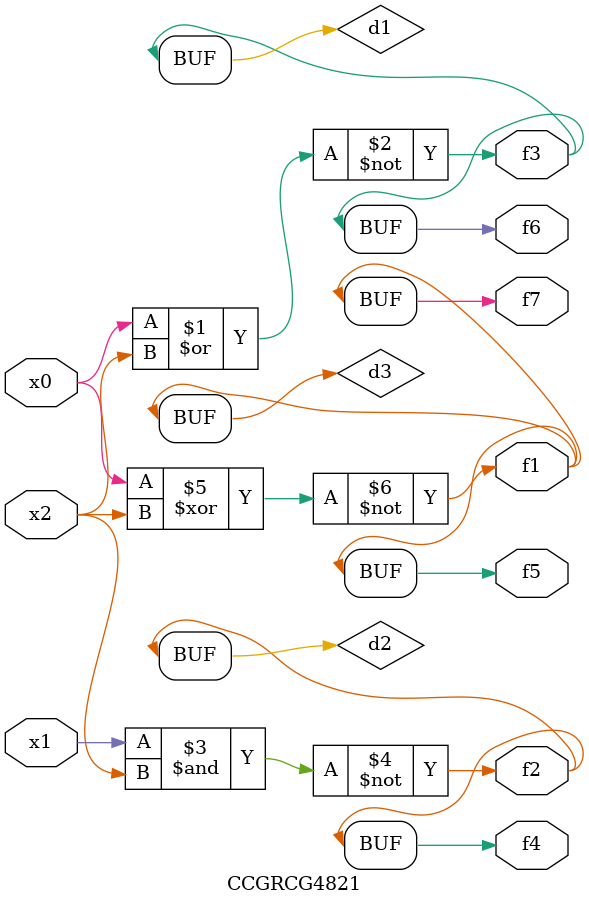
<source format=v>
module CCGRCG4821(
	input x0, x1, x2,
	output f1, f2, f3, f4, f5, f6, f7
);

	wire d1, d2, d3;

	nor (d1, x0, x2);
	nand (d2, x1, x2);
	xnor (d3, x0, x2);
	assign f1 = d3;
	assign f2 = d2;
	assign f3 = d1;
	assign f4 = d2;
	assign f5 = d3;
	assign f6 = d1;
	assign f7 = d3;
endmodule

</source>
